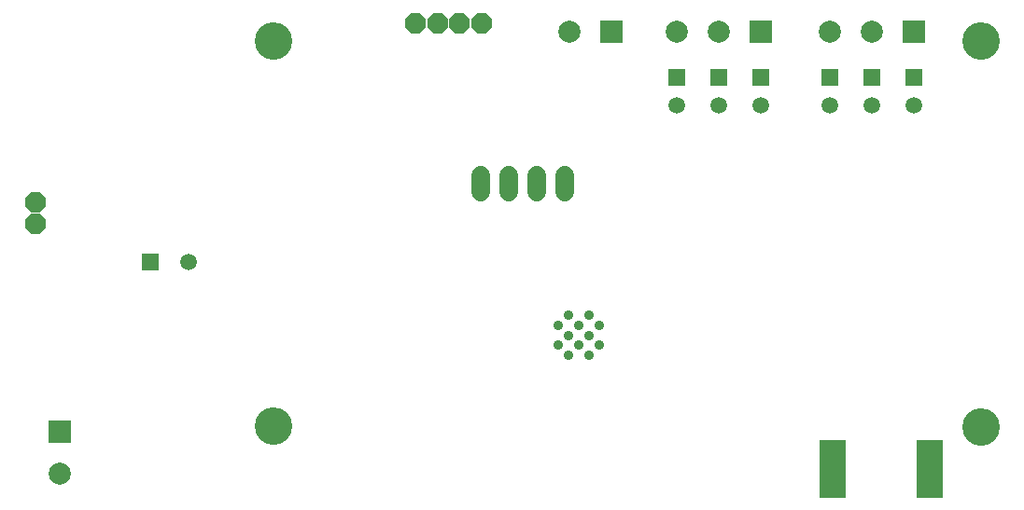
<source format=gbr>
G04 EAGLE Gerber RS-274X export*
G75*
%MOMM*%
%FSLAX34Y34*%
%LPD*%
%INSoldermask Bottom*%
%IPPOS*%
%AMOC8*
5,1,8,0,0,1.08239X$1,22.5*%
G01*
%ADD10C,3.403200*%
%ADD11C,0.911200*%
%ADD12R,1.511200X1.511200*%
%ADD13C,1.511200*%
%ADD14P,2.034460X8X112.500000*%
%ADD15P,2.034460X8X22.500000*%
%ADD16R,2.489200X5.283200*%
%ADD17R,2.003200X2.003200*%
%ADD18C,2.003200*%
%ADD19C,1.727200*%


D10*
X252730Y110490D03*
X894080Y109220D03*
X894080Y459740D03*
X252730Y459740D03*
D11*
X538605Y174230D03*
X520255Y174230D03*
X547780Y183405D03*
X529430Y183405D03*
X511080Y183405D03*
X538605Y192580D03*
X520255Y192580D03*
X547780Y201755D03*
X529430Y201755D03*
X511080Y201755D03*
X538605Y210930D03*
X520255Y210930D03*
D12*
X140970Y259080D03*
D13*
X175970Y259080D03*
D14*
X36830Y293530D03*
X36830Y313530D03*
D15*
X381480Y476250D03*
X401480Y476250D03*
X421480Y476250D03*
X441480Y476250D03*
D16*
X848106Y71374D03*
X759714Y71374D03*
D17*
X58420Y105410D03*
D18*
X58420Y67310D03*
D17*
X558800Y468630D03*
D18*
X520700Y468630D03*
D12*
X756920Y426720D03*
D13*
X756920Y401320D03*
D12*
X795020Y426720D03*
D13*
X795020Y401320D03*
D17*
X694690Y468630D03*
D18*
X656590Y468630D03*
X618490Y468630D03*
D17*
X833120Y468630D03*
D18*
X795020Y468630D03*
X756920Y468630D03*
D12*
X833120Y426720D03*
D13*
X833120Y401320D03*
D12*
X618490Y426720D03*
D13*
X618490Y401320D03*
D12*
X656590Y426720D03*
D13*
X656590Y401320D03*
D12*
X694690Y426720D03*
D13*
X694690Y401320D03*
D19*
X516890Y337820D02*
X516890Y322580D01*
X491490Y322580D02*
X491490Y337820D01*
X466090Y337820D02*
X466090Y322580D01*
X440690Y322580D02*
X440690Y337820D01*
M02*

</source>
